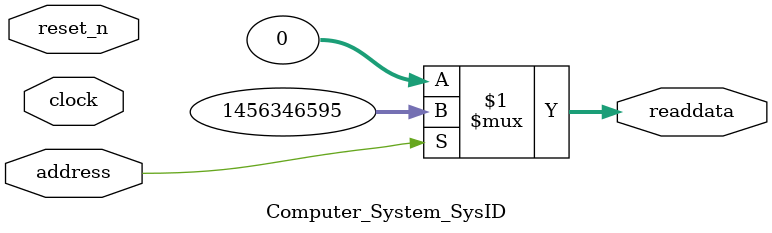
<source format=v>



// synthesis translate_off
`timescale 1ns / 1ps
// synthesis translate_on

// turn off superfluous verilog processor warnings 
// altera message_level Level1 
// altera message_off 10034 10035 10036 10037 10230 10240 10030 

module Computer_System_SysID (
               // inputs:
                address,
                clock,
                reset_n,

               // outputs:
                readdata
             )
;

  output  [ 31: 0] readdata;
  input            address;
  input            clock;
  input            reset_n;

  wire    [ 31: 0] readdata;
  //control_slave, which is an e_avalon_slave
  assign readdata = address ? 1456346595 : 0;

endmodule




</source>
